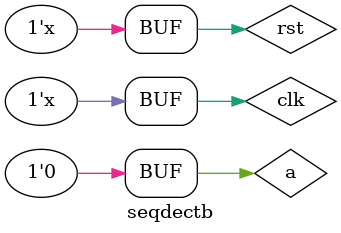
<source format=v>
`timescale 1ns / 1ps

module seqdec(input a,clk,rst, output reg y);
	parameter idle = 0 ;
	parameter s0 = 1;
	parameter s1 = 2; 
	parameter s2 = 3; 
	reg[1:0]state = idle;
	
	always@(posedge clk)
	  begin 
		case(state)
		
		idle:
		if(rst)
		begin
		state = idle; 
		y <= 1'b0;
		end
		else
		begin 
		y <= 1'b0;
		state <= s0;
		end
		
		s0:
		if(a)
		begin 
		y <=1'b0;
		state<=s1;
		end
		else 
		begin 
		state<=s0;
		y<=1'b0;
		end
		
		
		s1: 
		if(a==1'b0)
		begin 
		y<=1'b0;
		state<= s2;
		end
		else 
		begin 
		state<=s0;
		y<=1'b0;
		end
		
		
		s2:
		if(a==1'b0)
		begin 
		y<=1'b1;
		state<=s0; 
		end
		else
		begin 
		y<=1'b0; 
		state<=s0;
		end
		
		
		endcase
	end
endmodule 




module seqdectb();
wire y;
reg a,clk,rst; 
seqdec duu1(.a(a),.clk(clk),.rst(rst),.y(y));

initial begin 
clk =1'b0; 
rst =1'b0;
a = 1'b1; 
#10 a= 1'b0; 
#10 a= 1'b0;
#10 a= 1'b1;
#10 a= 1'b0; 
#10 a= 1'b0;
#10 a= 1'b0; 
#10 a= 1'b0;
#10 a= 1'b1; 
#10 a= 1'b0;
#10 a= 1'b0; 
#10 a= 1'b0;
#10 a= 1'b0;
#10 a= 1'b1; 
#10 a= 1'b0;
#10 a= 1'b0; 
#10 a= 1'b0;
#10 a= 1'b0;
#10 a= 1'b1; 
#10 a= 1'b0;
#10 a= 1'b0; 
#10 a= 1'b0;
#10 a= 1'b1; 
#10 a= 1'b0;
#10 a=1'b1;
#10 a=1'b0;
#10 a=1'b0;
#10 a=1'b0;
#10 a=1'b0;
#10 a=1'b1;
#10 a=1'b0;
#10 a=1'b0;
#10 a=1'b0;
#10 a=1'b0;
#10 a=1'b1;
#10 a=1'b0;
#10 a=1'b0;
#10 a=1'b0;
#10 a=1'b0;
#10 a=1'b1;
#10 a=1'b0;
#10 a=1'b0;
#10 a=1'b0;
#10 a=1'b0;
#10 a=1'b1;
#10 a=1'b0;
#10 a=1'b0;
#10 a=1'b0;
#10 a=1'b0;
#10 a=1'b1;
#10 a=1'b0;
#10 a=1'b0;
#10 a=1'b0;
#10 a=1'b0;
#10 a=1'b1;
#10 a=1'b0;
#10 a=1'b0;

end

always#5 clk=~clk;
always#100 rst=~rst;


endmodule
</source>
